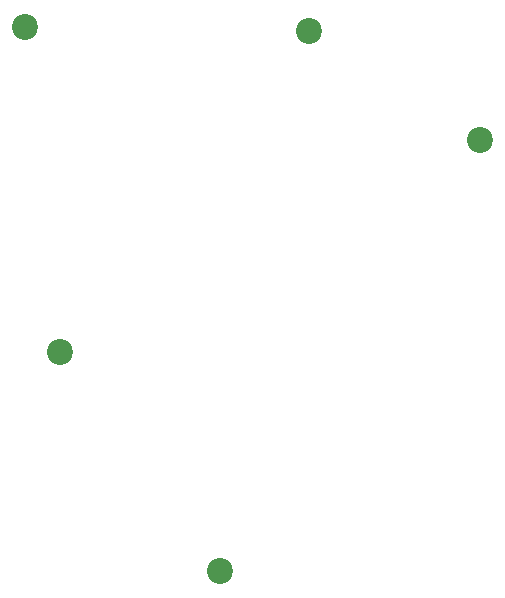
<source format=gbr>
G04 #@! TF.GenerationSoftware,KiCad,Pcbnew,7.0.7*
G04 #@! TF.CreationDate,2023-12-07T09:04:45-05:00*
G04 #@! TF.ProjectId,Daughterboard,44617567-6874-4657-9262-6f6172642e6b,rev?*
G04 #@! TF.SameCoordinates,Original*
G04 #@! TF.FileFunction,Soldermask,Bot*
G04 #@! TF.FilePolarity,Negative*
%FSLAX46Y46*%
G04 Gerber Fmt 4.6, Leading zero omitted, Abs format (unit mm)*
G04 Created by KiCad (PCBNEW 7.0.7) date 2023-12-07 09:04:45*
%MOMM*%
%LPD*%
G01*
G04 APERTURE LIST*
%ADD10C,2.200000*%
G04 APERTURE END LIST*
D10*
X162075000Y-86325000D03*
X141000000Y-113500000D03*
X154500000Y-132000000D03*
X138000000Y-86000000D03*
X176500000Y-95500000D03*
M02*

</source>
